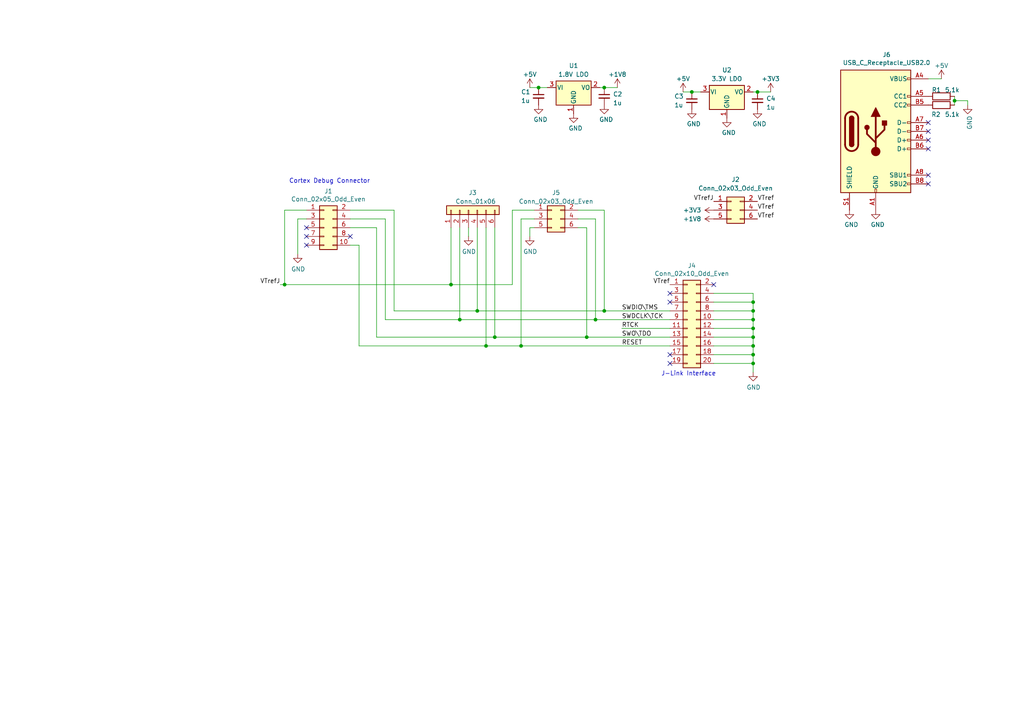
<source format=kicad_sch>
(kicad_sch (version 20220404) (generator eeschema)
  (paper "A4")
  (lib_symbols
    (symbol "Connector_Generic:Conn_01x06" (pin_names (offset 1.016) hide)
      (property "Reference" "J" (at 0 7.62 0))
      (property "Value" "Conn_01x06" (at 0 -10.16 0))
      (symbol "Conn_01x06_1_1"
        (rectangle (start -1.27 -7.493) (end 0 -7.747) (stroke (width 0.1524)))
        (rectangle (start -1.27 -4.953) (end 0 -5.207) (stroke (width 0.1524)))
        (rectangle (start -1.27 -2.413) (end 0 -2.667) (stroke (width 0.1524)))
        (rectangle (start -1.27 0.127) (end 0 -0.127) (stroke (width 0.1524)))
        (rectangle (start -1.27 2.667) (end 0 2.413) (stroke (width 0.1524)))
        (rectangle (start -1.27 5.207) (end 0 4.953) (stroke (width 0.1524)))
        (rectangle (start -1.27 6.35) (end 1.27 -8.89) (stroke (width 0.254)) (fill (type background)))
        (pin passive line (at -5.08 5.08 0) (length 3.81) (name "Pin_1") (number "1"))
        (pin passive line (at -5.08 2.54 0) (length 3.81) (name "Pin_2") (number "2"))
        (pin passive line (at -5.08 0 0) (length 3.81) (name "Pin_3") (number "3"))
        (pin passive line (at -5.08 -2.54 0) (length 3.81) (name "Pin_4") (number "4"))
        (pin passive line (at -5.08 -5.08 0) (length 3.81) (name "Pin_5") (number "5"))
        (pin passive line (at -5.08 -7.62 0) (length 3.81) (name "Pin_6") (number "6"))
      )
    )
    (symbol "Connector_Generic:Conn_02x03_Odd_Even" (pin_names (offset 1.016) hide)
      (property "Reference" "J" (at 1.27 5.08 0))
      (property "Value" "Conn_02x03_Odd_Even" (at 1.27 -5.08 0))
      (symbol "Conn_02x03_Odd_Even_1_1"
        (rectangle (start -1.27 -2.413) (end 0 -2.667) (stroke (width 0.1524)))
        (rectangle (start -1.27 0.127) (end 0 -0.127) (stroke (width 0.1524)))
        (rectangle (start -1.27 2.667) (end 0 2.413) (stroke (width 0.1524)))
        (rectangle (start -1.27 3.81) (end 3.81 -3.81) (stroke (width 0.254)) (fill (type background)))
        (rectangle (start 3.81 -2.413) (end 2.54 -2.667) (stroke (width 0.1524)))
        (rectangle (start 3.81 0.127) (end 2.54 -0.127) (stroke (width 0.1524)))
        (rectangle (start 3.81 2.667) (end 2.54 2.413) (stroke (width 0.1524)))
        (pin passive line (at -5.08 2.54 0) (length 3.81) (name "Pin_1") (number "1"))
        (pin passive line (at 7.62 2.54 180) (length 3.81) (name "Pin_2") (number "2"))
        (pin passive line (at -5.08 0 0) (length 3.81) (name "Pin_3") (number "3"))
        (pin passive line (at 7.62 0 180) (length 3.81) (name "Pin_4") (number "4"))
        (pin passive line (at -5.08 -2.54 0) (length 3.81) (name "Pin_5") (number "5"))
        (pin passive line (at 7.62 -2.54 180) (length 3.81) (name "Pin_6") (number "6"))
      )
    )
    (symbol "Connector_Generic:Conn_02x05_Odd_Even" (pin_names (offset 1.016) hide)
      (property "Reference" "J" (at 1.27 7.62 0))
      (property "Value" "Conn_02x05_Odd_Even" (at 1.27 -7.62 0))
      (symbol "Conn_02x05_Odd_Even_1_1"
        (rectangle (start -1.27 -4.953) (end 0 -5.207) (stroke (width 0.1524)))
        (rectangle (start -1.27 -2.413) (end 0 -2.667) (stroke (width 0.1524)))
        (rectangle (start -1.27 0.127) (end 0 -0.127) (stroke (width 0.1524)))
        (rectangle (start -1.27 2.667) (end 0 2.413) (stroke (width 0.1524)))
        (rectangle (start -1.27 5.207) (end 0 4.953) (stroke (width 0.1524)))
        (rectangle (start -1.27 6.35) (end 3.81 -6.35) (stroke (width 0.254)) (fill (type background)))
        (rectangle (start 3.81 -4.953) (end 2.54 -5.207) (stroke (width 0.1524)))
        (rectangle (start 3.81 -2.413) (end 2.54 -2.667) (stroke (width 0.1524)))
        (rectangle (start 3.81 0.127) (end 2.54 -0.127) (stroke (width 0.1524)))
        (rectangle (start 3.81 2.667) (end 2.54 2.413) (stroke (width 0.1524)))
        (rectangle (start 3.81 5.207) (end 2.54 4.953) (stroke (width 0.1524)))
        (pin passive line (at -5.08 5.08 0) (length 3.81) (name "Pin_1") (number "1"))
        (pin passive line (at 7.62 -5.08 180) (length 3.81) (name "Pin_10") (number "10"))
        (pin passive line (at 7.62 5.08 180) (length 3.81) (name "Pin_2") (number "2"))
        (pin passive line (at -5.08 2.54 0) (length 3.81) (name "Pin_3") (number "3"))
        (pin passive line (at 7.62 2.54 180) (length 3.81) (name "Pin_4") (number "4"))
        (pin passive line (at -5.08 0 0) (length 3.81) (name "Pin_5") (number "5"))
        (pin passive line (at 7.62 0 180) (length 3.81) (name "Pin_6") (number "6"))
        (pin passive line (at -5.08 -2.54 0) (length 3.81) (name "Pin_7") (number "7"))
        (pin passive line (at 7.62 -2.54 180) (length 3.81) (name "Pin_8") (number "8"))
        (pin passive line (at -5.08 -5.08 0) (length 3.81) (name "Pin_9") (number "9"))
      )
    )
    (symbol "Connector_Generic:Conn_02x10_Odd_Even" (pin_names (offset 1.016) hide)
      (property "Reference" "J" (at 1.27 12.7 0))
      (property "Value" "Conn_02x10_Odd_Even" (at 1.27 -15.24 0))
      (symbol "Conn_02x10_Odd_Even_1_1"
        (rectangle (start -1.27 -12.573) (end 0 -12.827) (stroke (width 0.1524)))
        (rectangle (start -1.27 -10.033) (end 0 -10.287) (stroke (width 0.1524)))
        (rectangle (start -1.27 -7.493) (end 0 -7.747) (stroke (width 0.1524)))
        (rectangle (start -1.27 -4.953) (end 0 -5.207) (stroke (width 0.1524)))
        (rectangle (start -1.27 -2.413) (end 0 -2.667) (stroke (width 0.1524)))
        (rectangle (start -1.27 0.127) (end 0 -0.127) (stroke (width 0.1524)))
        (rectangle (start -1.27 2.667) (end 0 2.413) (stroke (width 0.1524)))
        (rectangle (start -1.27 5.207) (end 0 4.953) (stroke (width 0.1524)))
        (rectangle (start -1.27 7.747) (end 0 7.493) (stroke (width 0.1524)))
        (rectangle (start -1.27 10.287) (end 0 10.033) (stroke (width 0.1524)))
        (rectangle (start -1.27 11.43) (end 3.81 -13.97) (stroke (width 0.254)) (fill (type background)))
        (rectangle (start 3.81 -12.573) (end 2.54 -12.827) (stroke (width 0.1524)))
        (rectangle (start 3.81 -10.033) (end 2.54 -10.287) (stroke (width 0.1524)))
        (rectangle (start 3.81 -7.493) (end 2.54 -7.747) (stroke (width 0.1524)))
        (rectangle (start 3.81 -4.953) (end 2.54 -5.207) (stroke (width 0.1524)))
        (rectangle (start 3.81 -2.413) (end 2.54 -2.667) (stroke (width 0.1524)))
        (rectangle (start 3.81 0.127) (end 2.54 -0.127) (stroke (width 0.1524)))
        (rectangle (start 3.81 2.667) (end 2.54 2.413) (stroke (width 0.1524)))
        (rectangle (start 3.81 5.207) (end 2.54 4.953) (stroke (width 0.1524)))
        (rectangle (start 3.81 7.747) (end 2.54 7.493) (stroke (width 0.1524)))
        (rectangle (start 3.81 10.287) (end 2.54 10.033) (stroke (width 0.1524)))
        (pin passive line (at -5.08 10.16 0) (length 3.81) (name "Pin_1") (number "1"))
        (pin passive line (at 7.62 0 180) (length 3.81) (name "Pin_10") (number "10"))
        (pin passive line (at -5.08 -2.54 0) (length 3.81) (name "Pin_11") (number "11"))
        (pin passive line (at 7.62 -2.54 180) (length 3.81) (name "Pin_12") (number "12"))
        (pin passive line (at -5.08 -5.08 0) (length 3.81) (name "Pin_13") (number "13"))
        (pin passive line (at 7.62 -5.08 180) (length 3.81) (name "Pin_14") (number "14"))
        (pin passive line (at -5.08 -7.62 0) (length 3.81) (name "Pin_15") (number "15"))
        (pin passive line (at 7.62 -7.62 180) (length 3.81) (name "Pin_16") (number "16"))
        (pin passive line (at -5.08 -10.16 0) (length 3.81) (name "Pin_17") (number "17"))
        (pin passive line (at 7.62 -10.16 180) (length 3.81) (name "Pin_18") (number "18"))
        (pin passive line (at -5.08 -12.7 0) (length 3.81) (name "Pin_19") (number "19"))
        (pin passive line (at 7.62 10.16 180) (length 3.81) (name "Pin_2") (number "2"))
        (pin passive line (at 7.62 -12.7 180) (length 3.81) (name "Pin_20") (number "20"))
        (pin passive line (at -5.08 7.62 0) (length 3.81) (name "Pin_3") (number "3"))
        (pin passive line (at 7.62 7.62 180) (length 3.81) (name "Pin_4") (number "4"))
        (pin passive line (at -5.08 5.08 0) (length 3.81) (name "Pin_5") (number "5"))
        (pin passive line (at 7.62 5.08 180) (length 3.81) (name "Pin_6") (number "6"))
        (pin passive line (at -5.08 2.54 0) (length 3.81) (name "Pin_7") (number "7"))
        (pin passive line (at 7.62 2.54 180) (length 3.81) (name "Pin_8") (number "8"))
        (pin passive line (at -5.08 0 0) (length 3.81) (name "Pin_9") (number "9"))
      )
    )
    (symbol "Device:C_Small" (pin_numbers hide) (pin_names (offset 0.254) hide)
      (property "Reference" "C" (at 0.254 1.778 0))
      (property "Value" "C_Small" (at 0.254 -2.032 0))
      (symbol "C_Small_0_1"
        (polyline (pts (xy -1.524 -0.508) (xy 1.524 -0.508)) (stroke (width 0.3302)))
        (polyline (pts (xy -1.524 0.508) (xy 1.524 0.508)) (stroke (width 0.3048)))
      )
      (symbol "C_Small_1_1"
        (pin passive line (at 0 2.54 270) (length 2.032) (name "~") (number "1"))
        (pin passive line (at 0 -2.54 90) (length 2.032) (name "~") (number "2"))
      )
    )
    (symbol "Device:R" (pin_numbers hide) (pin_names (offset 0))
      (property "Reference" "R" (at 2.032 0 90))
      (property "Value" "R" (at 0 0 90))
      (symbol "R_0_1"
        (rectangle (start -1.016 -2.54) (end 1.016 2.54) (stroke (width 0.254)))
      )
      (symbol "R_1_1"
        (pin passive line (at 0 3.81 270) (length 1.27) (name "~") (number "1"))
        (pin passive line (at 0 -3.81 90) (length 1.27) (name "~") (number "2"))
      )
    )
    (symbol "Regulator_Linear:MCP1703A-1202_SOT23" (pin_names (offset 0.254))
      (property "Reference" "U" (at -3.81 3.175 0))
      (property "Value" "MCP1703A-1202_SOT23" (at 0 3.175 0))
      (symbol "MCP1703A-1202_SOT23_0_1"
        (rectangle (start -5.08 -5.08) (end 5.08 1.905) (stroke (width 0.254)) (fill (type background)))
      )
      (symbol "MCP1703A-1202_SOT23_1_1"
        (pin power_in line (at 0 -7.62 90) (length 2.54) (name "GND") (number "1"))
        (pin power_out line (at 7.62 0 180) (length 2.54) (name "VO") (number "2"))
        (pin power_in line (at -7.62 0 0) (length 2.54) (name "VI") (number "3"))
      )
    )
    (symbol "hardware_nrf52840_pa_beacon_hat:USB_C_Receptacle_USB2.0-Connector" (pin_names (offset 1.016))
      (property "Reference" "J" (at -10.16 19.05 0))
      (property "Value" "USB_C_Receptacle_USB2.0-Connector" (at 19.05 19.05 0))
      (symbol "USB_C_Receptacle_USB2.0-Connector_0_0"
        (rectangle (start -0.254 -17.78) (end 0.254 -16.764))
        (rectangle (start 10.16 -14.986) (end 9.144 -15.494))
        (rectangle (start 10.16 -12.446) (end 9.144 -12.954))
        (rectangle (start 10.16 -4.826) (end 9.144 -5.334))
        (rectangle (start 10.16 -2.286) (end 9.144 -2.794))
        (rectangle (start 10.16 0.254) (end 9.144 -0.254))
        (rectangle (start 10.16 2.794) (end 9.144 2.286))
        (rectangle (start 10.16 7.874) (end 9.144 7.366))
        (rectangle (start 10.16 10.414) (end 9.144 9.906))
        (rectangle (start 10.16 15.494) (end 9.144 14.986))
      )
      (symbol "USB_C_Receptacle_USB2.0-Connector_0_1"
        (rectangle (start -10.16 17.78) (end 10.16 -17.78) (stroke (width 0.254)) (fill (type background)))
        (arc (start -8.89 -3.81) (mid -6.985 -5.7067) (end -5.08 -3.81) (stroke (width 0.508)))
        (arc (start -7.62 -3.81) (mid -6.985 -4.4422) (end -6.35 -3.81) (stroke (width 0.254)))
        (arc (start -7.62 -3.81) (mid -6.985 -4.4422) (end -6.35 -3.81) (stroke (width 0.254)) (fill (type outline)))
        (rectangle (start -7.62 -3.81) (end -6.35 3.81) (stroke (width 0.254)) (fill (type outline)))
        (arc (start -6.35 3.81) (mid -6.985 4.4422) (end -7.62 3.81) (stroke (width 0.254)))
        (arc (start -6.35 3.81) (mid -6.985 4.4422) (end -7.62 3.81) (stroke (width 0.254)) (fill (type outline)))
        (arc (start -5.08 3.81) (mid -6.985 5.7067) (end -8.89 3.81) (stroke (width 0.508)))
        (circle (center -2.54 1.143) (radius 0.635) (stroke (width 0.254)) (fill (type outline)))
        (circle (center 0 -5.842) (radius 1.27) (fill (type outline)))
        (polyline (pts (xy -8.89 -3.81) (xy -8.89 3.81)) (stroke (width 0.508)))
        (polyline (pts (xy -5.08 3.81) (xy -5.08 -3.81)) (stroke (width 0.508)))
        (polyline (pts (xy 0 -5.842) (xy 0 4.318)) (stroke (width 0.508)))
        (polyline (pts (xy 0 -3.302) (xy -2.54 -0.762) (xy -2.54 0.508)) (stroke (width 0.508)))
        (polyline (pts (xy 0 -2.032) (xy 2.54 0.508) (xy 2.54 1.778)) (stroke (width 0.508)))
        (polyline (pts (xy -1.27 4.318) (xy 0 6.858) (xy 1.27 4.318) (xy -1.27 4.318)) (stroke (width 0.254)) (fill (type outline)))
        (rectangle (start 1.905 1.778) (end 3.175 3.048) (stroke (width 0.254)) (fill (type outline)))
      )
      (symbol "USB_C_Receptacle_USB2.0-Connector_1_1"
        (pin power_in line (at 0 -22.86 90) (length 5.08) (name "GND") (number "A1"))
        (pin passive line (at 0 -22.86 90) (length 5.08) hide (name "GND") (number "A12"))
        (pin power_in line (at 15.24 15.24 180) (length 5.08) (name "VBUS") (number "A4"))
        (pin bidirectional line (at 15.24 10.16 180) (length 5.08) (name "CC1") (number "A5"))
        (pin bidirectional line (at 15.24 -2.54 180) (length 5.08) (name "D+") (number "A6"))
        (pin bidirectional line (at 15.24 2.54 180) (length 5.08) (name "D-") (number "A7"))
        (pin bidirectional line (at 15.24 -12.7 180) (length 5.08) (name "SBU1") (number "A8"))
        (pin passive line (at 15.24 15.24 180) (length 5.08) hide (name "VBUS") (number "A9"))
        (pin passive line (at 0 -22.86 90) (length 5.08) hide (name "GND") (number "B1"))
        (pin passive line (at 0 -22.86 90) (length 5.08) hide (name "GND") (number "B12"))
        (pin passive line (at 15.24 15.24 180) (length 5.08) hide (name "VBUS") (number "B4"))
        (pin bidirectional line (at 15.24 7.62 180) (length 5.08) (name "CC2") (number "B5"))
        (pin bidirectional line (at 15.24 -5.08 180) (length 5.08) (name "D+") (number "B6"))
        (pin bidirectional line (at 15.24 0 180) (length 5.08) (name "D-") (number "B7"))
        (pin bidirectional line (at 15.24 -15.24 180) (length 5.08) (name "SBU2") (number "B8"))
        (pin passive line (at 15.24 15.24 180) (length 5.08) hide (name "VBUS") (number "B9"))
        (pin passive line (at -7.62 -22.86 90) (length 5.08) (name "SHIELD") (number "S1"))
      )
    )
    (symbol "power:+1V8" (power) (pin_names (offset 0))
      (property "Value" "+1V8" (at 0 3.556 0))
      (symbol "+1V8_0_1"
        (polyline (pts (xy -0.762 1.27) (xy 0 2.54)))
        (polyline (pts (xy 0 0) (xy 0 2.54)))
        (polyline (pts (xy 0 2.54) (xy 0.762 1.27)))
      )
      (symbol "+1V8_1_1"
        (pin power_in line (at 0 0 90) (length 0) hide (name "+1V8") (number "1"))
      )
    )
    (symbol "power:+3.3V" (power) (pin_names (offset 0))
      (property "Value" "+3.3V" (at 0 3.556 0))
      (symbol "+3.3V_0_1"
        (polyline (pts (xy -0.762 1.27) (xy 0 2.54)))
        (polyline (pts (xy 0 0) (xy 0 2.54)))
        (polyline (pts (xy 0 2.54) (xy 0.762 1.27)))
      )
      (symbol "+3.3V_1_1"
        (pin power_in line (at 0 0 90) (length 0) hide (name "+3V3") (number "1"))
      )
    )
    (symbol "power:+5V" (power) (pin_names (offset 0))
      (property "Value" "+5V" (at 0 3.556 0))
      (symbol "+5V_0_1"
        (polyline (pts (xy -0.762 1.27) (xy 0 2.54)))
        (polyline (pts (xy 0 0) (xy 0 2.54)))
        (polyline (pts (xy 0 2.54) (xy 0.762 1.27)))
      )
      (symbol "+5V_1_1"
        (pin power_in line (at 0 0 90) (length 0) hide (name "+5V") (number "1"))
      )
    )
    (symbol "power:GND" (power) (pin_names (offset 0))
      (property "Value" "GND" (at 0 -3.81 0))
      (symbol "GND_0_1"
        (polyline (pts (xy 0 0) (xy 0 -1.27) (xy 1.27 -1.27) (xy 0 -2.54) (xy -1.27 -1.27) (xy 0 -1.27)))
      )
      (symbol "GND_1_1"
        (pin power_in line (at 0 0 270) (length 0) hide (name "GND") (number "1"))
      )
    )
  )
  (junction (at 133.35 92.71))
  (junction (at 218.44 105.41))
  (junction (at 218.44 95.25))
  (junction (at 138.43 90.17))
  (junction (at 170.18 97.79))
  (junction (at 218.44 102.87))
  (junction (at 219.71 26.67))
  (junction (at 143.51 97.79))
  (junction (at 218.44 90.17))
  (junction (at 140.97 100.33))
  (junction (at 218.44 87.63))
  (junction (at 276.86 29.21))
  (junction (at 151.13 100.33))
  (junction (at 218.44 92.71))
  (junction (at 175.26 25.4))
  (junction (at 156.21 25.4))
  (junction (at 218.44 97.79))
  (junction (at 82.55 82.55))
  (junction (at 200.66 26.67))
  (junction (at 130.81 82.55))
  (junction (at 175.26 90.17))
  (junction (at 218.44 100.33))
  (junction (at 172.72 92.71))
  (no_connect (at 269.24 53.34))
  (no_connect (at 269.24 50.8))
  (no_connect (at 194.31 105.41))
  (no_connect (at 88.9 66.04))
  (no_connect (at 88.9 71.12))
  (no_connect (at 194.31 102.87))
  (no_connect (at 269.24 43.18))
  (no_connect (at 269.24 35.56))
  (no_connect (at 269.24 38.1))
  (no_connect (at 269.24 40.64))
  (no_connect (at 194.31 85.09))
  (no_connect (at 194.31 87.63))
  (no_connect (at 101.6 68.58))
  (no_connect (at 88.9 68.58))
  (no_connect (at 207.01 82.55))
  (wire (pts (xy 218.44 92.71) (xy 218.44 95.25)))
  (wire (pts (xy 148.59 82.55) (xy 130.81 82.55)))
  (wire (pts (xy 207.01 97.79) (xy 218.44 97.79)))
  (wire (pts (xy 109.22 66.04) (xy 109.22 97.79)))
  (wire (pts (xy 207.01 85.09) (xy 218.44 85.09)))
  (wire (pts (xy 156.21 25.4) (xy 158.75 25.4)))
  (wire (pts (xy 151.13 100.33) (xy 140.97 100.33)))
  (wire (pts (xy 140.97 66.04) (xy 140.97 100.33)))
  (wire (pts (xy 167.64 60.96) (xy 175.26 60.96)))
  (wire (pts (xy 269.24 22.86) (xy 273.05 22.86)))
  (wire (pts (xy 218.44 100.33) (xy 218.44 102.87)))
  (wire (pts (xy 148.59 60.96) (xy 148.59 82.55)))
  (wire (pts (xy 153.67 66.04) (xy 153.67 68.58)))
  (wire (pts (xy 172.72 92.71) (xy 133.35 92.71)))
  (wire (pts (xy 276.86 29.21) (xy 276.86 27.94)))
  (wire (pts (xy 172.72 63.5) (xy 172.72 92.71)))
  (wire (pts (xy 175.26 60.96) (xy 175.26 90.17)))
  (wire (pts (xy 200.66 26.67) (xy 203.2 26.67)))
  (wire (pts (xy 111.76 63.5) (xy 111.76 92.71)))
  (wire (pts (xy 207.01 100.33) (xy 218.44 100.33)))
  (wire (pts (xy 173.99 25.4) (xy 175.26 25.4)))
  (wire (pts (xy 153.67 25.4) (xy 156.21 25.4)))
  (wire (pts (xy 82.55 60.96) (xy 88.9 60.96)))
  (wire (pts (xy 175.26 25.4) (xy 179.07 25.4)))
  (wire (pts (xy 138.43 90.17) (xy 114.3 90.17)))
  (wire (pts (xy 180.34 95.25) (xy 194.31 95.25)))
  (wire (pts (xy 101.6 60.96) (xy 114.3 60.96)))
  (wire (pts (xy 101.6 66.04) (xy 109.22 66.04)))
  (wire (pts (xy 133.35 92.71) (xy 111.76 92.71)))
  (wire (pts (xy 154.94 63.5) (xy 151.13 63.5)))
  (wire (pts (xy 170.18 97.79) (xy 143.51 97.79)))
  (wire (pts (xy 86.36 63.5) (xy 86.36 73.66)))
  (wire (pts (xy 130.81 66.04) (xy 130.81 82.55)))
  (wire (pts (xy 198.12 26.67) (xy 200.66 26.67)))
  (wire (pts (xy 207.01 102.87) (xy 218.44 102.87)))
  (wire (pts (xy 151.13 100.33) (xy 194.31 100.33)))
  (wire (pts (xy 114.3 60.96) (xy 114.3 90.17)))
  (wire (pts (xy 276.86 30.48) (xy 276.86 29.21)))
  (wire (pts (xy 130.81 82.55) (xy 82.55 82.55)))
  (wire (pts (xy 172.72 92.71) (xy 194.31 92.71)))
  (wire (pts (xy 154.94 66.04) (xy 153.67 66.04)))
  (wire (pts (xy 276.86 29.21) (xy 280.67 29.21)))
  (wire (pts (xy 207.01 95.25) (xy 218.44 95.25)))
  (wire (pts (xy 218.44 26.67) (xy 219.71 26.67)))
  (wire (pts (xy 151.13 63.5) (xy 151.13 100.33)))
  (wire (pts (xy 133.35 66.04) (xy 133.35 92.71)))
  (wire (pts (xy 143.51 97.79) (xy 109.22 97.79)))
  (wire (pts (xy 104.14 71.12) (xy 104.14 100.33)))
  (wire (pts (xy 154.94 60.96) (xy 148.59 60.96)))
  (wire (pts (xy 218.44 85.09) (xy 218.44 87.63)))
  (wire (pts (xy 218.44 102.87) (xy 218.44 105.41)))
  (wire (pts (xy 101.6 63.5) (xy 111.76 63.5)))
  (wire (pts (xy 218.44 105.41) (xy 218.44 107.95)))
  (wire (pts (xy 207.01 105.41) (xy 218.44 105.41)))
  (wire (pts (xy 135.89 66.04) (xy 135.89 68.58)))
  (wire (pts (xy 218.44 90.17) (xy 218.44 92.71)))
  (wire (pts (xy 81.28 82.55) (xy 82.55 82.55)))
  (wire (pts (xy 207.01 87.63) (xy 218.44 87.63)))
  (wire (pts (xy 218.44 97.79) (xy 218.44 100.33)))
  (wire (pts (xy 138.43 66.04) (xy 138.43 90.17)))
  (wire (pts (xy 175.26 90.17) (xy 194.31 90.17)))
  (wire (pts (xy 218.44 87.63) (xy 218.44 90.17)))
  (wire (pts (xy 167.64 63.5) (xy 172.72 63.5)))
  (wire (pts (xy 280.67 29.21) (xy 280.67 30.48)))
  (wire (pts (xy 167.64 66.04) (xy 170.18 66.04)))
  (wire (pts (xy 101.6 71.12) (xy 104.14 71.12)))
  (wire (pts (xy 207.01 92.71) (xy 218.44 92.71)))
  (wire (pts (xy 207.01 90.17) (xy 218.44 90.17)))
  (wire (pts (xy 82.55 82.55) (xy 82.55 60.96)))
  (wire (pts (xy 170.18 97.79) (xy 194.31 97.79)))
  (wire (pts (xy 218.44 95.25) (xy 218.44 97.79)))
  (wire (pts (xy 143.51 66.04) (xy 143.51 97.79)))
  (wire (pts (xy 219.71 26.67) (xy 223.52 26.67)))
  (wire (pts (xy 140.97 100.33) (xy 104.14 100.33)))
  (wire (pts (xy 175.26 90.17) (xy 138.43 90.17)))
  (wire (pts (xy 88.9 63.5) (xy 86.36 63.5)))
  (wire (pts (xy 170.18 66.04) (xy 170.18 97.79)))
  (text "J-Link Interface" (at 191.77 109.22 0) (effects (font (size 1.27 1.27)) (justify left bottom)))
  (text "Cortex Debug Connector\n" (at 83.82 53.34 0) (effects (font (size 1.27 1.27)) (justify left bottom)))
  (label "RTCK" (at 180.34 95.25 0))
  (label "VTrefJ" (at 207.01 58.42 0))
  (label "SWO\\TDO" (at 180.34 97.79 0))
  (label "VTref" (at 219.71 58.42 0))
  (label "SWDCLK\\TCK" (at 180.34 92.71 0))
  (label "VTref" (at 219.71 63.5 0))
  (label "VTrefJ" (at 81.28 82.55 0))
  (label "VTref" (at 194.31 82.55 0))
  (label "RESET" (at 180.34 100.33 0))
  (label "SWDIO\\TMS" (at 180.34 90.17 0))
  (label "VTref" (at 219.71 60.96 0))
  (symbol (lib_id "Connector_Generic:Conn_02x10_Odd_Even") (at 199.39 92.71 0) (unit 1)
    (default_instance (reference "U") (unit 1) (value "") (footprint ""))
    (property "Reference" "J4" (at 200.66 77.0382 0))
    (property "Value" "Conn_02x10_Odd_Even" (at 200.66 79.3496 0))
    (property "Footprint" "Connector_PinSocket_2.54mm:PinSocket_2x10_P2.54mm_Horizontal" (effects hide))
    (property "lcsc" "C124406" (effects hide))
  )
  (symbol (lib_id "Connector_Generic:Conn_02x05_Odd_Even") (at 93.98 66.04 0) (unit 1)
    (default_instance (reference "U") (unit 1) (value "") (footprint ""))
    (property "Reference" "J1" (at 95.25 55.4482 0))
    (property "Value" "Conn_02x05_Odd_Even" (at 95.25 57.7596 0))
    (property "Footprint" "Connector_PinHeader_1.27mm:PinHeader_2x05_P1.27mm_Vertical_SMD" (effects hide))
  )
  (symbol (lib_id "Connector_Generic:Conn_01x06") (at 135.89 60.96 90) (unit 1)
    (default_instance (reference "U") (unit 1) (value "") (footprint ""))
    (property "Reference" "J3" (at 135.89 55.88 90) (effects (justify right)))
    (property "Value" "Conn_01x06" (at 132.08 58.42 90) (effects (justify right)))
    (property "Footprint" "Connector_PinHeader_2.54mm:PinHeader_1x06_P2.54mm_Vertical" (effects hide))
  )
  (symbol (lib_id "power:GND") (at 218.44 107.95 0) (unit 1)
    (default_instance (reference "U") (unit 1) (value "") (footprint ""))
    (property "Reference" "#PWR0101" (effects hide))
    (property "Value" "GND" (at 218.567 112.3442 0))
  )
  (symbol (lib_id "power:GND") (at 86.36 73.66 0) (unit 1)
    (default_instance (reference "U") (unit 1) (value "") (footprint ""))
    (property "Reference" "#PWR0102" (effects hide))
    (property "Value" "GND" (at 86.487 78.0542 0))
  )
  (symbol (lib_id "power:GND") (at 135.89 68.58 0) (unit 1)
    (default_instance (reference "U") (unit 1) (value "") (footprint ""))
    (property "Reference" "#PWR0103" (effects hide))
    (property "Value" "GND" (at 136.017 72.9742 0))
  )
  (symbol (lib_id "power:GND") (at 219.71 31.75 0) (unit 1)
    (default_instance (reference "U") (unit 1) (value "") (footprint ""))
    (property "Reference" "#PWR011" (effects hide))
    (property "Value" "GND" (at 220.2688 35.941 0))
  )
  (symbol (lib_id "Connector_Generic:Conn_02x03_Odd_Even") (at 160.02 63.5 0) (unit 1)
    (default_instance (reference "U") (unit 1) (value "") (footprint ""))
    (property "Reference" "J5" (at 161.29 55.88 0))
    (property "Value" "Conn_02x03_Odd_Even" (at 161.29 58.42 0))
    (property "Footprint" "Connector_PinHeader_2.54mm:PinHeader_2x03_P2.54mm_Vertical_SMD" (effects hide))
    (property "lcsc" "C383603" (effects hide))
  )
  (symbol (lib_id "Device:C_Small") (at 200.66 29.21 0) (unit 1)
    (default_instance (reference "C") (unit 1) (value "C_Small") (footprint ""))
    (property "Reference" "C3" (at 195.58 27.94 0) (effects (justify left)))
    (property "Value" "1u" (at 195.58 30.48 0) (effects (justify left)))
    (property "Footprint" "Capacitor_SMD:C_0603_1608Metric" (effects hide))
    (property "lcsc" "C14445" (effects hide))
  )
  (symbol (lib_id "power:+5V") (at 198.12 26.67 0) (unit 1)
    (default_instance (reference "#PWR") (unit 1) (value "+5V") (footprint ""))
    (property "Reference" "#PWR06" (effects hide))
    (property "Value" "+5V" (at 198.12 22.86 0))
  )
  (symbol (lib_id "Device:C_Small") (at 175.26 27.94 0) (unit 1)
    (default_instance (reference "C") (unit 1) (value "C_Small") (footprint ""))
    (property "Reference" "C2" (at 177.8 27.3113 0) (effects (justify left)))
    (property "Value" "1u" (at 177.8 29.8513 0) (effects (justify left)))
    (property "Footprint" "Capacitor_SMD:C_0603_1608Metric" (effects hide))
    (property "lcsc" "C14445" (effects hide))
  )
  (symbol (lib_id "power:+3.3V") (at 207.01 60.96 90) (unit 1)
    (default_instance (reference "#PWR") (unit 1) (value "+3.3V") (footprint ""))
    (property "Reference" "#PWR08" (effects hide))
    (property "Value" "+3.3V" (at 198.12 60.96 90) (effects (justify right)))
  )
  (symbol (lib_id "power:+1V8") (at 207.01 63.5 90) (unit 1)
    (default_instance (reference "#PWR") (unit 1) (value "+1V8") (footprint ""))
    (property "Reference" "#PWR09" (effects hide))
    (property "Value" "+1V8" (at 198.12 63.5 90) (effects (justify right)))
  )
  (symbol (lib_id "power:GND") (at 200.66 31.75 0) (unit 1)
    (default_instance (reference "U") (unit 1) (value "") (footprint ""))
    (property "Reference" "#PWR07" (effects hide))
    (property "Value" "GND" (at 201.2188 35.941 0))
  )
  (symbol (lib_id "Device:R") (at 273.05 30.48 270) (unit 1)
    (default_instance (reference "U") (unit 1) (value "") (footprint ""))
    (property "Reference" "R2" (at 271.4752 33.1978 90))
    (property "Value" "5.1k" (at 276.1742 33.1978 90))
    (property "Footprint" "Resistor_SMD:R_0603_1608Metric" (effects hide))
    (property "Datasheet" "https://datasheet.lcsc.com/lcsc/2107141533_FH-Guangdong-Fenghua-Advanced-Tech-RS-03K5101FT_C156350.pdf" (effects hide))
    (property "mfr_part_number" "RS-03K5101FT" (effects hide))
    (property "lcsc_part_number" "C156350" (effects hide))
    (property "lcsc_url" "https://lcsc.com/product-detail/Chip-Resistor-Surface-Mount_FH-Guangdong-Fenghua-Advanced-Tech-RS-03K5101FT_C156350.html" (effects hide))
    (property "lcsc_min_qty" "100" (effects hide))
    (property "package" "603" (effects hide))
  )
  (symbol (lib_id "power:+3.3V") (at 223.52 26.67 0) (unit 1)
    (default_instance (reference "#PWR") (unit 1) (value "+3.3V") (footprint ""))
    (property "Reference" "#PWR012" (effects hide))
    (property "Value" "+3.3V" (at 223.52 22.86 0))
  )
  (symbol (lib_id "power:GND") (at 153.67 68.58 0) (unit 1)
    (default_instance (reference "U") (unit 1) (value "") (footprint ""))
    (property "Reference" "#PWR0105" (effects hide))
    (property "Value" "GND" (at 153.797 72.9742 0))
  )
  (symbol (lib_id "power:+5V") (at 273.05 22.86 0) (unit 1)
    (default_instance (reference "#PWR") (unit 1) (value "+5V") (footprint ""))
    (property "Reference" "#PWR015" (effects hide))
    (property "Value" "+5V" (at 273.05 19.05 0))
  )
  (symbol (lib_id "Regulator_Linear:MCP1703A-1202_SOT23") (at 166.37 25.4 0) (unit 1)
    (default_instance (reference "U") (unit 1) (value "MCP1703A-1202_SOT23") (footprint "Package_TO_SOT_SMD:SOT-23"))
    (property "Reference" "U1" (at 166.37 19.05 0))
    (property "Value" "1.8V LDO" (at 166.37 21.59 0))
    (property "Footprint" "Package_TO_SOT_SMD:SOT-23" (effects hide))
    (property "Datasheet" "https://datasheet.lcsc.com/lcsc/2202251530_Shenzhen-Fuman-Elec-65K5-_C841299.pdf" (effects hide))
    (property "lcsc" "C841299" (effects hide))
  )
  (symbol (lib_id "power:GND") (at 156.21 30.48 0) (unit 1)
    (default_instance (reference "U") (unit 1) (value "") (footprint ""))
    (property "Reference" "#PWR02" (effects hide))
    (property "Value" "GND" (at 156.7688 34.671 0))
  )
  (symbol (lib_id "power:+5V") (at 153.67 25.4 0) (unit 1)
    (default_instance (reference "#PWR") (unit 1) (value "+5V") (footprint ""))
    (property "Reference" "#PWR01" (effects hide))
    (property "Value" "+5V" (at 153.67 21.59 0))
  )
  (symbol (lib_id "power:GND") (at 175.26 30.48 0) (unit 1)
    (default_instance (reference "U") (unit 1) (value "") (footprint ""))
    (property "Reference" "#PWR04" (effects hide))
    (property "Value" "GND" (at 175.8188 34.671 0))
  )
  (symbol (lib_id "Connector_Generic:Conn_02x03_Odd_Even") (at 212.09 60.96 0) (unit 1)
    (default_instance (reference "U") (unit 1) (value "") (footprint ""))
    (property "Reference" "J2" (at 213.36 52.07 0))
    (property "Value" "Conn_02x03_Odd_Even" (at 213.36 54.61 0))
    (property "Footprint" "Connector_PinHeader_2.54mm:PinHeader_2x03_P2.54mm_Vertical_SMD" (effects hide))
    (property "lcsc" "C383603" (effects hide))
  )
  (symbol (lib_id "power:GND") (at 280.67 30.48 0) (unit 1)
    (default_instance (reference "U") (unit 1) (value "") (footprint ""))
    (property "Reference" "#PWR016" (effects hide))
    (property "Value" "GND" (at 281.2288 33.528 90) (effects (justify right)))
  )
  (symbol (lib_id "power:GND") (at 210.82 34.29 0) (unit 1)
    (default_instance (reference "U") (unit 1) (value "") (footprint ""))
    (property "Reference" "#PWR010" (effects hide))
    (property "Value" "GND" (at 211.3788 38.481 0))
  )
  (symbol (lib_id "Device:C_Small") (at 219.71 29.21 0) (unit 1)
    (default_instance (reference "C") (unit 1) (value "C_Small") (footprint ""))
    (property "Reference" "C4" (at 222.25 28.5813 0) (effects (justify left)))
    (property "Value" "1u" (at 222.25 31.1213 0) (effects (justify left)))
    (property "Footprint" "Capacitor_SMD:C_0603_1608Metric" (effects hide))
    (property "lcsc" "C14445" (effects hide))
  )
  (symbol (lib_id "power:GND") (at 246.38 60.96 0) (unit 1)
    (default_instance (reference "U") (unit 1) (value "") (footprint ""))
    (property "Reference" "#PWR013" (effects hide))
    (property "Value" "GND" (at 246.9388 65.151 0))
  )
  (symbol (lib_id "hardware_nrf52840_pa_beacon_hat:USB_C_Receptacle_USB2.0-Connector") (at 254 38.1 0) (unit 1)
    (default_instance (reference "U") (unit 1) (value "") (footprint ""))
    (property "Reference" "J6" (at 257.1496 15.875 0))
    (property "Value" "USB_C_Receptacle_USB2.0" (at 257.1496 18.1864 0))
    (property "Footprint" "Connector_USB:USB_C_Receptacle_HRO_TYPE-C-31-M-12" (effects hide))
    (property "Datasheet" "https://datasheet.lcsc.com/szlcsc/1811131825_Korean-Hroparts-Elec-TYPE-C-31-M-12_C165948.pdf" (effects hide))
    (property "lcsc_part_number" "C165948" (effects hide))
    (property "lcsc_url" "https://lcsc.com/product-detail/USB-Connectors_Korean-Hroparts-Elec-TYPE-C-31-M-12_C165948.html" (effects hide))
    (property "lcsc_min_qty" "1" (effects hide))
    (property "mfr_part_number" "TYPE-C-31-M-12" (effects hide))
    (property "package" "8.94*7.3mm" (effects hide))
  )
  (symbol (lib_id "Device:C_Small") (at 156.21 27.94 0) (unit 1)
    (default_instance (reference "C") (unit 1) (value "C_Small") (footprint ""))
    (property "Reference" "C1" (at 151.13 26.67 0) (effects (justify left)))
    (property "Value" "1u" (at 151.13 29.21 0) (effects (justify left)))
    (property "Footprint" "Capacitor_SMD:C_0603_1608Metric" (effects hide))
    (property "lcsc" "C14445" (effects hide))
  )
  (symbol (lib_id "power:GND") (at 166.37 33.02 0) (unit 1)
    (default_instance (reference "U") (unit 1) (value "") (footprint ""))
    (property "Reference" "#PWR03" (effects hide))
    (property "Value" "GND" (at 166.9288 37.211 0))
  )
  (symbol (lib_id "power:GND") (at 254 60.96 0) (unit 1)
    (default_instance (reference "U") (unit 1) (value "") (footprint ""))
    (property "Reference" "#PWR014" (effects hide))
    (property "Value" "GND" (at 254.5588 65.151 0))
  )
  (symbol (lib_id "Regulator_Linear:MCP1703A-1202_SOT23") (at 210.82 26.67 0) (unit 1)
    (default_instance (reference "U") (unit 1) (value "MCP1703A-1202_SOT23") (footprint "Package_TO_SOT_SMD:SOT-23"))
    (property "Reference" "U2" (at 210.82 20.32 0))
    (property "Value" "3.3V LDO" (at 210.82 22.86 0))
    (property "Footprint" "Package_TO_SOT_SMD:SOT-23" (effects hide))
    (property "Datasheet" "https://datasheet.lcsc.com/lcsc/2202252130_Shenzhen-Fuman-Elec-SC662K-3-3V_C83932.pdf" (effects hide))
    (property "lcsc" "C83932" (effects hide))
  )
  (symbol (lib_id "power:+1V8") (at 179.07 25.4 0) (unit 1)
    (default_instance (reference "#PWR") (unit 1) (value "+1V8") (footprint ""))
    (property "Reference" "#PWR05" (effects hide))
    (property "Value" "+1V8" (at 179.07 21.59 0))
  )
  (symbol (lib_id "Device:R") (at 273.05 27.94 270) (unit 1)
    (default_instance (reference "U") (unit 1) (value "") (footprint ""))
    (property "Reference" "R1" (at 271.6022 26.0858 90))
    (property "Value" "5.1k" (at 276.1742 26.0858 90))
    (property "Footprint" "Resistor_SMD:R_0603_1608Metric" (effects hide))
    (property "Datasheet" "https://datasheet.lcsc.com/lcsc/2107141533_FH-Guangdong-Fenghua-Advanced-Tech-RS-03K5101FT_C156350.pdf" (effects hide))
    (property "mfr_part_number" "RS-03K5101FT" (effects hide))
    (property "lcsc_part_number" "C156350" (effects hide))
    (property "lcsc_url" "https://lcsc.com/product-detail/Chip-Resistor-Surface-Mount_FH-Guangdong-Fenghua-Advanced-Tech-RS-03K5101FT_C156350.html" (effects hide))
    (property "lcsc_min_qty" "100" (effects hide))
    (property "package" "603" (effects hide))
  )
)
</source>
